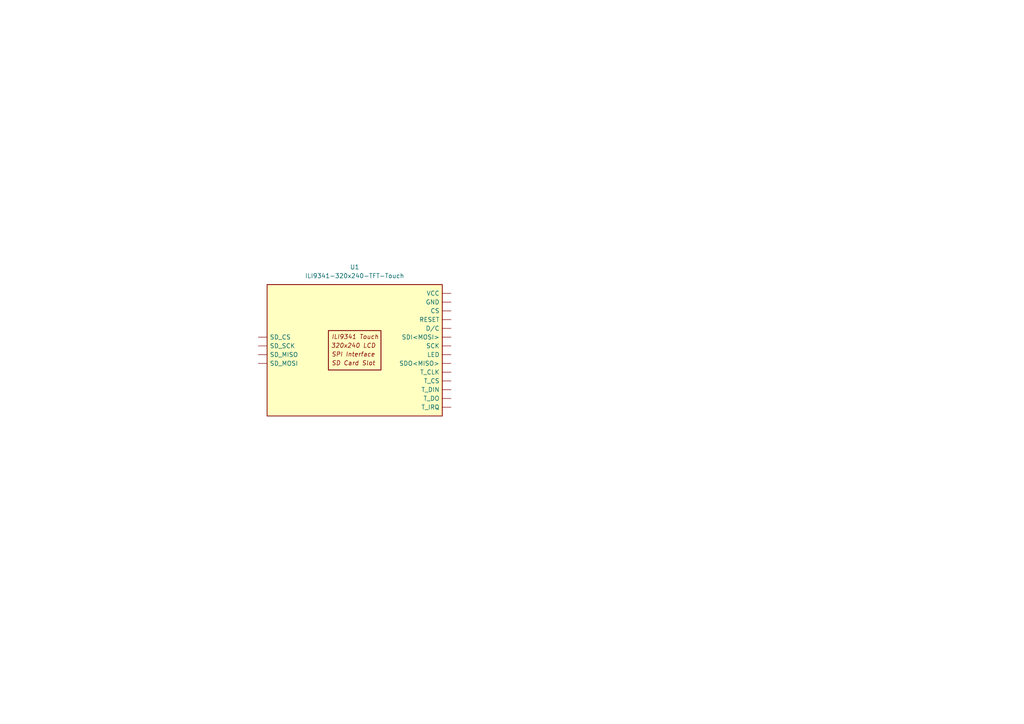
<source format=kicad_sch>
(kicad_sch (version 20231120) (generator "eeschema") (generator_version "8.0")
  (paper "A4")
  (lib_symbols
    (symbol "lockBuster:ILI9341-320x240-TFT-Touch" (pin_names (offset 0.762))
      (property "Reference" "U" (at 7.366 17.272 0))
      (property "Value" "ILI9341-320x240-TFT-Touch" (at -4.826 14.732 0))
      (symbol "ILI9341-320x240-TFT-Touch_0_0"
        (text "320x240 LCD" (at 8.509 -4.953 0) (effects (font (size 1.27 1.27) (italic yes))))
        (text "SD Card Slot" (at 2.159 -10.033 0) (effects (font (size 1.27 1.27) (italic yes)) (justify left)))
        (text "SPI Interface" (at 2.159 -7.493 0) (effects (font (size 1.27 1.27) (italic yes)) (justify left)))
      )
      (symbol "ILI9341-320x240-TFT-Touch_0_1"
        (rectangle (start -16.51 -25.4) (end 34.29 12.7) (stroke (width 0.254)) (fill (type background)))
        (rectangle (start 1.27 -0.635) (end 16.51 -12.065) (stroke (width 0.254)))
      )
      (symbol "ILI9341-320x240-TFT-Touch_1_0"
        (text "ILI9341 Touch" (at 2.159 -2.413 0) (effects (font (size 1.27 1.27) (italic yes)) (justify left)))
      )
      (symbol "ILI9341-320x240-TFT-Touch_1_1"
        (pin input line (at 36.83 5.08 180) (length 2.54) (name "CS") (number ""))
        (pin input line (at 36.83 0 180) (length 2.54) (name "D/C") (number ""))
        (pin power_in line (at 36.83 7.62 180) (length 2.54) (name "GND") (number ""))
        (pin passive line (at 36.83 -7.62 180) (length 2.54) (name "LED") (number ""))
        (pin input line (at 36.83 2.54 180) (length 2.54) (name "RESET") (number ""))
        (pin input line (at 36.83 -5.08 180) (length 2.54) (name "SCK") (number ""))
        (pin input line (at 36.83 -2.54 180) (length 2.54) (name "SDI<MOSI>") (number ""))
        (pin output line (at 36.83 -10.16 180) (length 2.54) (name "SDO<MISO>") (number ""))
        (pin input line (at -19.05 -2.54 0) (length 2.54) (name "SD_CS") (number ""))
        (pin output line (at -19.05 -7.62 0) (length 2.54) (name "SD_MISO") (number ""))
        (pin input line (at -19.05 -10.16 0) (length 2.54) (name "SD_MOSI") (number ""))
        (pin input line (at -19.05 -5.08 0) (length 2.54) (name "SD_SCK") (number ""))
        (pin input line (at 36.83 -12.7 180) (length 2.54) (name "T_CLK") (number ""))
        (pin input line (at 36.83 -15.24 180) (length 2.54) (name "T_CS") (number ""))
        (pin input line (at 36.83 -17.78 180) (length 2.54) (name "T_DIN") (number ""))
        (pin output line (at 36.83 -20.32 180) (length 2.54) (name "T_DO") (number ""))
        (pin output line (at 36.83 -22.86 180) (length 2.54) (name "T_IRQ") (number ""))
        (pin power_in line (at 36.83 10.16 180) (length 2.54) (name "VCC") (number ""))
      )
    )
  )
  (symbol (lib_id "lockBuster:ILI9341-320x240-TFT-Touch") (at 93.98 95.25 0) (unit 1)
    (property "Reference" "U1" (at 102.87 77.47 0))
    (property "Value" "ILI9341-320x240-TFT-Touch" (at 102.87 80.01 0))
    (property "Datasheet" "https://www.pjrc.com/store/display_ili9341_touch.html" (effects (hide yes)))
    (property "Description" "ILI9341 controller, SPI color touchscreen LCD (320x240), 9-pin breakout PCB for Teensy boards, 4-pin SD card interface (optional modification required), compatible with 5V and 3.3V power supplies." (effects (hide yes)))
  )
)
</source>
